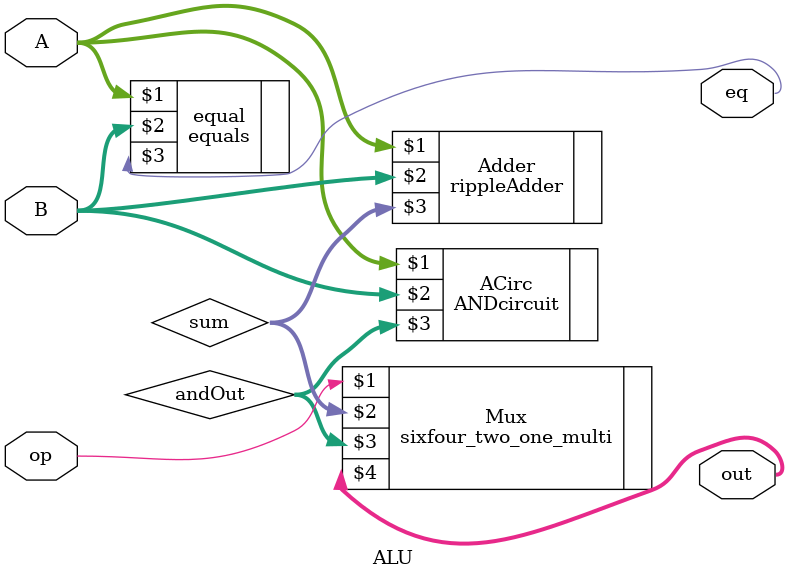
<source format=v>
module ALU(A, B, op, out, eq);
    input [63:0] A; 
    input [63:0] B; 
    input op; //opcode 
    output [63:0] out; // output
    output eq; // equality bit

    wire [63:0] sum;
    wire [63:0] andOut;
    
    // if opcode is 0 then out = A + B if opcode is 1 then out = A AND B if A==B then eq is 1 if A!=B then eq is 0
    equals equal(A, B, eq);
    rippleAdder Adder(A, B, sum);
    ANDcircuit ACirc(A, B, andOut);

    sixfour_two_one_multi Mux(op, sum, andOut, out);
endmodule

</source>
